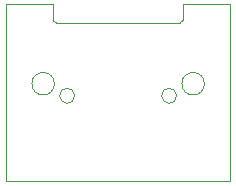
<source format=gko>
G04*
G04 #@! TF.GenerationSoftware,Altium Limited,Altium Designer,18.0.11 (651)*
G04*
G04 Layer_Color=16711935*
%FSTAX24Y24*%
%MOIN*%
G70*
G01*
G75*
%ADD29C,0.0020*%
%ADD30C,0.0010*%
D29*
X015806Y015291D02*
G03*
X015906Y015391I0J0001D01*
G01*
X011575D02*
G03*
X011675Y015291I0001J0D01*
G01*
X015806D01*
X015906Y015391D02*
Y015906D01*
X011575Y015391D02*
Y015906D01*
X015906D02*
X01748D01*
X01D02*
X011575D01*
X01Y01D02*
Y015906D01*
X01748Y01D02*
Y015906D01*
X01Y01D02*
X01748D01*
D30*
X01569Y01285D02*
G03*
X01569Y01285I-00025J0D01*
G01*
X01229D02*
G03*
X01229Y01285I-00025J0D01*
G01*
X016615Y01325D02*
G03*
X016615Y01325I-000375J0D01*
G01*
X011615D02*
G03*
X011615Y01325I-000375J0D01*
G01*
M02*

</source>
